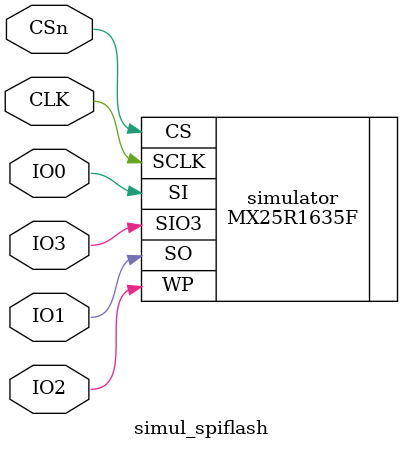
<source format=v>
module simul_spiflash(
  input CSn,
	input CLK,
  inout IO0,
  inout IO1,
  inout IO2,
  inout IO3
);

MX25R1635F simulator(
	.SCLK(CLK),
  .CS  (CSn),
	.SI  (IO0),
	.SO  (IO1),
	.WP  (IO2),
	.SIO3(IO3)
);

endmodule

</source>
